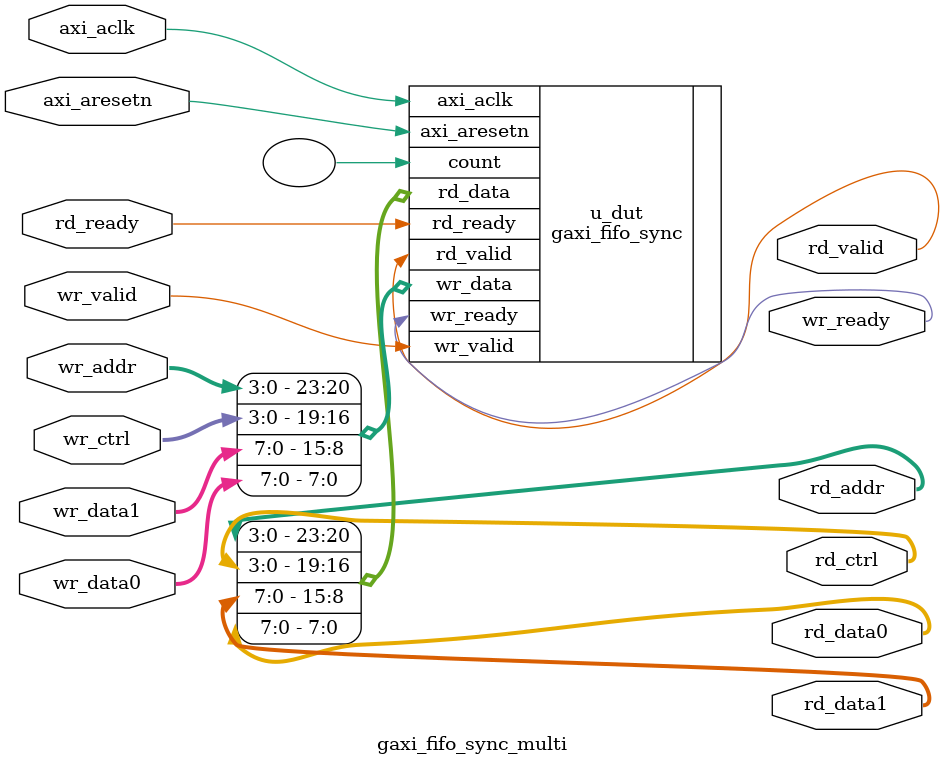
<source format=sv>

module gaxi_fifo_sync_multi #(
    parameter integer ADDR_WIDTH = 4,
    parameter integer CTRL_WIDTH = 4,
    parameter integer DATA_WIDTH = 8,
    parameter integer DEPTH = 2,
    parameter integer AW = ADDR_WIDTH,
    parameter integer CW = CTRL_WIDTH,
    parameter integer DW = DATA_WIDTH
)(
    input  logic                axi_aclk,
    input  logic                axi_aresetn,
    // Write channel
    input  logic                wr_valid,
    output logic                wr_ready,
    input  logic [AW-1:0]       wr_addr,
    input  logic [CW-1:0]       wr_ctrl,
    input  logic [DW-1:0]       wr_data0,
    input  logic [DW-1:0]       wr_data1,
    // Read channel
    output logic                rd_valid,
    input  logic                rd_ready,
    output logic [AW-1:0]       rd_addr,
    output logic [CW-1:0]       rd_ctrl,
    output logic [DW-1:0]       rd_data0,
    output logic [DW-1:0]       rd_data1
);

    // Instantiate the original FIFO
    gaxi_fifo_sync #(
        .DATA_WIDTH(AW+CW+DW+DW),
        .DEPTH(DEPTH)
    ) u_dut (
        .axi_aclk    (axi_aclk),
        .axi_aresetn (axi_aresetn),
        .wr_valid    (wr_valid),
        .wr_ready    (wr_ready),
        .wr_data     ({wr_addr, wr_ctrl, wr_data1, wr_data0}),
        .rd_valid    (rd_valid),
        .rd_ready    (rd_ready),
        .rd_data     ({rd_addr,   rd_ctrl,  rd_data1,  rd_data0}),
        .count      ()
    );

endmodule : gaxi_fifo_sync_multi

</source>
